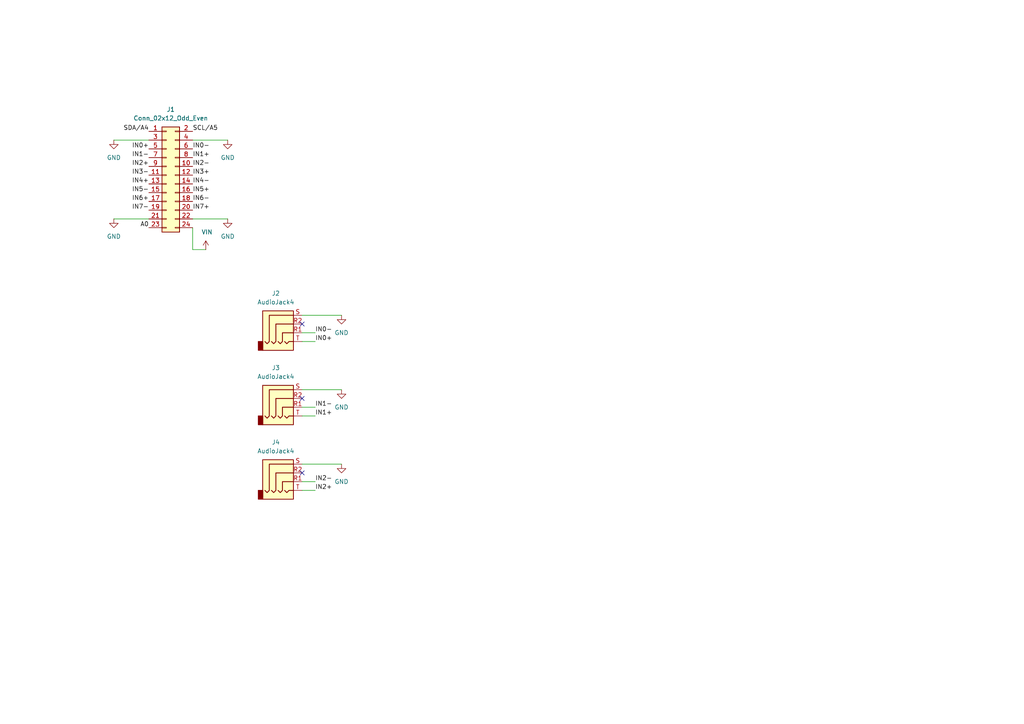
<source format=kicad_sch>
(kicad_sch (version 20240602) (generator "eeschema") (generator_version "8.99")
  (paper "A4")
  (lib_symbols
    (symbol "+5V_1" (power) (pin_numbers hide) (pin_names (offset 0) hide)
      (property "Value" "+5V" (at 0 3.556 0))
      (symbol "+5V_1_0_1"
        (polyline (pts (xy -0.762 1.27) (xy 0 2.54)))
        (polyline (pts (xy 0 2.54) (xy 0.762 1.27)))
        (polyline (pts (xy 0 0) (xy 0 2.54)))
      )
      (symbol "+5V_1_1_1"
        (pin power_in line (at 0 0 90) (length 0) (name "~") (number "1"))
      )
    )
    (symbol "Connector_Audio:AudioJack4"
      (property "Reference" "J" (at 0 8.89 0))
      (property "Value" "AudioJack4" (at 0 6.35 0))
      (symbol "AudioJack4_0_1"
        (rectangle (start -6.35 -5.08) (end -7.62 -7.62) (stroke (width 0.254)) (fill (type outline)))
        (polyline (pts (xy -5.715 -5.08) (xy -5.08 -5.715) (xy -4.445 -5.08) (xy -4.445 2.54) (xy 2.54 2.54)) (stroke (width 0.254)))
        (polyline (pts (xy -1.905 -5.08) (xy -1.27 -5.715) (xy -0.635 -5.08) (xy -0.635 -2.54) (xy 2.54 -2.54)) (stroke (width 0.254)))
        (polyline (pts (xy 0 -5.08) (xy 0.635 -5.715) (xy 1.27 -5.08) (xy 2.54 -5.08)) (stroke (width 0.254)))
        (rectangle (start 2.54 3.81) (end -6.35 -7.62) (stroke (width 0.254)) (fill (type background)))
        (polyline (pts (xy 2.54 0) (xy -2.54 0) (xy -2.54 -5.08) (xy -3.175 -5.715) (xy -3.81 -5.08)) (stroke (width 0.254)))
      )
      (symbol "AudioJack4_1_1"
        (pin passive line (at 5.08 2.54 180) (length 2.54) (name "~") (number "S"))
        (pin passive line (at 5.08 0 180) (length 2.54) (name "~") (number "R2"))
        (pin passive line (at 5.08 -2.54 180) (length 2.54) (name "~") (number "R1"))
        (pin passive line (at 5.08 -5.08 180) (length 2.54) (name "~") (number "T"))
      )
    )
    (symbol "Connector_Generic:Conn_02x12_Odd_Even" (pin_names (offset 1.016) hide)
      (property "Reference" "J" (at 1.27 15.24 0))
      (property "Value" "Conn_02x12_Odd_Even" (at 1.27 -17.78 0))
      (symbol "Conn_02x12_Odd_Even_1_1"
        (rectangle (start -1.27 13.97) (end 3.81 -16.51) (stroke (width 0.254)) (fill (type background)))
        (rectangle (start -1.27 12.827) (end 0 12.573) (stroke (width 0.1524)))
        (rectangle (start -1.27 10.287) (end 0 10.033) (stroke (width 0.1524)))
        (rectangle (start -1.27 7.747) (end 0 7.493) (stroke (width 0.1524)))
        (rectangle (start -1.27 5.207) (end 0 4.953) (stroke (width 0.1524)))
        (rectangle (start -1.27 2.667) (end 0 2.413) (stroke (width 0.1524)))
        (rectangle (start -1.27 0.127) (end 0 -0.127) (stroke (width 0.1524)))
        (rectangle (start -1.27 -2.413) (end 0 -2.667) (stroke (width 0.1524)))
        (rectangle (start -1.27 -4.953) (end 0 -5.207) (stroke (width 0.1524)))
        (rectangle (start -1.27 -7.493) (end 0 -7.747) (stroke (width 0.1524)))
        (rectangle (start -1.27 -10.033) (end 0 -10.287) (stroke (width 0.1524)))
        (rectangle (start -1.27 -12.573) (end 0 -12.827) (stroke (width 0.1524)))
        (rectangle (start -1.27 -15.113) (end 0 -15.367) (stroke (width 0.1524)))
        (rectangle (start 3.81 12.827) (end 2.54 12.573) (stroke (width 0.1524)))
        (rectangle (start 3.81 10.287) (end 2.54 10.033) (stroke (width 0.1524)))
        (rectangle (start 3.81 7.747) (end 2.54 7.493) (stroke (width 0.1524)))
        (rectangle (start 3.81 5.207) (end 2.54 4.953) (stroke (width 0.1524)))
        (rectangle (start 3.81 2.667) (end 2.54 2.413) (stroke (width 0.1524)))
        (rectangle (start 3.81 0.127) (end 2.54 -0.127) (stroke (width 0.1524)))
        (rectangle (start 3.81 -2.413) (end 2.54 -2.667) (stroke (width 0.1524)))
        (rectangle (start 3.81 -4.953) (end 2.54 -5.207) (stroke (width 0.1524)))
        (rectangle (start 3.81 -7.493) (end 2.54 -7.747) (stroke (width 0.1524)))
        (rectangle (start 3.81 -10.033) (end 2.54 -10.287) (stroke (width 0.1524)))
        (rectangle (start 3.81 -12.573) (end 2.54 -12.827) (stroke (width 0.1524)))
        (rectangle (start 3.81 -15.113) (end 2.54 -15.367) (stroke (width 0.1524)))
        (pin passive line (at -5.08 12.7 0) (length 3.81) (name "Pin_1") (number "1"))
        (pin passive line (at -5.08 10.16 0) (length 3.81) (name "Pin_3") (number "3"))
        (pin passive line (at -5.08 7.62 0) (length 3.81) (name "Pin_5") (number "5"))
        (pin passive line (at -5.08 5.08 0) (length 3.81) (name "Pin_7") (number "7"))
        (pin passive line (at -5.08 2.54 0) (length 3.81) (name "Pin_9") (number "9"))
        (pin passive line (at -5.08 0 0) (length 3.81) (name "Pin_11") (number "11"))
        (pin passive line (at -5.08 -2.54 0) (length 3.81) (name "Pin_13") (number "13"))
        (pin passive line (at -5.08 -5.08 0) (length 3.81) (name "Pin_15") (number "15"))
        (pin passive line (at -5.08 -7.62 0) (length 3.81) (name "Pin_17") (number "17"))
        (pin passive line (at -5.08 -10.16 0) (length 3.81) (name "Pin_19") (number "19"))
        (pin passive line (at -5.08 -12.7 0) (length 3.81) (name "Pin_21") (number "21"))
        (pin passive line (at -5.08 -15.24 0) (length 3.81) (name "Pin_23") (number "23"))
        (pin passive line (at 7.62 12.7 180) (length 3.81) (name "Pin_2") (number "2"))
        (pin passive line (at 7.62 10.16 180) (length 3.81) (name "Pin_4") (number "4"))
        (pin passive line (at 7.62 7.62 180) (length 3.81) (name "Pin_6") (number "6"))
        (pin passive line (at 7.62 5.08 180) (length 3.81) (name "Pin_8") (number "8"))
        (pin passive line (at 7.62 2.54 180) (length 3.81) (name "Pin_10") (number "10"))
        (pin passive line (at 7.62 0 180) (length 3.81) (name "Pin_12") (number "12"))
        (pin passive line (at 7.62 -2.54 180) (length 3.81) (name "Pin_14") (number "14"))
        (pin passive line (at 7.62 -5.08 180) (length 3.81) (name "Pin_16") (number "16"))
        (pin passive line (at 7.62 -7.62 180) (length 3.81) (name "Pin_18") (number "18"))
        (pin passive line (at 7.62 -10.16 180) (length 3.81) (name "Pin_20") (number "20"))
        (pin passive line (at 7.62 -12.7 180) (length 3.81) (name "Pin_22") (number "22"))
        (pin passive line (at 7.62 -15.24 180) (length 3.81) (name "Pin_24") (number "24"))
      )
    )
    (symbol "GND_1" (power) (pin_numbers hide) (pin_names (offset 0) hide)
      (property "Value" "GND" (at 0 -3.81 0))
      (symbol "GND_1_0_1"
        (polyline (pts (xy 0 0) (xy 0 -1.27) (xy 1.27 -1.27) (xy 0 -2.54) (xy -1.27 -1.27) (xy 0 -1.27)))
      )
      (symbol "GND_1_1_1"
        (pin power_in line (at 0 0 270) (length 0) (name "~") (number "1"))
      )
    )
    (symbol "power:GND" (power) (pin_names (offset 0))
      (property "Value" "GND" (at 0 -3.81 0))
      (symbol "GND_0_1"
        (polyline (pts (xy 0 0) (xy 0 -1.27) (xy 1.27 -1.27) (xy 0 -2.54) (xy -1.27 -1.27) (xy 0 -1.27)))
      )
      (symbol "GND_1_1"
        (pin power_in line (at 0 0 270) (length 0) hide (name "GND") (number "1"))
      )
    )
  )
  (no_connect (at 87.63 137.16))
  (no_connect (at 87.63 93.98))
  (no_connect (at 87.63 115.57))
  (wire (pts (xy 91.44 96.52) (xy 87.63 96.52)))
  (wire (pts (xy 91.44 118.11) (xy 87.63 118.11)))
  (wire (pts (xy 87.63 142.24) (xy 91.44 142.24)))
  (wire (pts (xy 55.88 63.5) (xy 66.04 63.5)))
  (wire (pts (xy 87.63 120.65) (xy 91.44 120.65)))
  (wire (pts (xy 43.18 40.64) (xy 33.02 40.64)))
  (wire (pts (xy 91.44 139.7) (xy 87.63 139.7)))
  (wire (pts (xy 87.63 113.03) (xy 99.06 113.03)))
  (wire (pts (xy 87.63 134.62) (xy 99.06 134.62)))
  (wire (pts (xy 87.63 91.44) (xy 99.06 91.44)))
  (wire (pts (xy 59.69 72.39) (xy 55.88 72.39)))
  (wire (pts (xy 55.88 72.39) (xy 55.88 66.04)))
  (wire (pts (xy 43.18 63.5) (xy 33.02 63.5)))
  (wire (pts (xy 55.88 40.64) (xy 66.04 40.64)))
  (wire (pts (xy 87.63 99.06) (xy 91.44 99.06)))
  (label "IN2+" (at 43.18 48.26 180))
  (label "IN0-" (at 55.88 43.18 0))
  (label "IN0+" (at 43.18 43.18 180))
  (label "IN7+" (at 55.88 60.96 0))
  (label "IN2-" (at 91.44 139.7 0))
  (label "IN7-" (at 43.18 60.96 180))
  (label "IN6+" (at 43.18 58.42 180))
  (label "IN1-" (at 91.44 118.11 0))
  (label "IN5-" (at 43.18 55.88 180))
  (label "IN2-" (at 55.88 48.26 0))
  (label "A0" (at 43.18 66.04 180))
  (label "IN4-" (at 55.88 53.34 0))
  (label "SDA{slash}A4" (at 43.18 38.1 180))
  (label "IN5+" (at 55.88 55.88 0))
  (label "IN3+" (at 55.88 50.8 0))
  (label "IN0-" (at 91.44 96.52 0))
  (label "IN6-" (at 55.88 58.42 0))
  (label "IN0+" (at 91.44 99.06 0))
  (label "IN1+" (at 91.44 120.65 0))
  (label "IN1+" (at 55.88 45.72 0))
  (label "IN3-" (at 43.18 50.8 180))
  (label "SCL{slash}A5" (at 55.88 38.1 0))
  (label "IN4+" (at 43.18 53.34 180))
  (label "IN1-" (at 43.18 45.72 180))
  (label "IN2+" (at 91.44 142.24 0))
  (symbol (lib_id "Connector_Audio:AudioJack4") (at 82.55 115.57 0) (unit 1)
    (property "Reference" "J3" (at 80.01 106.68 0))
    (property "Value" "AudioJack4" (at 80.01 109.22 0))
    (property "Footprint" "Connector_Audio:Jack_3.5mm_PJ320D_Horizontal" (effects (hide yes)))
    (property "Description" "Audio Jack, 4 Poles (TRRS)" (effects (hide yes)))
    (property "LCSC" "C431535" (effects (hide yes)))
  )
  (symbol (lib_id "Connector_Generic:Conn_02x12_Odd_Even") (at 48.26 50.8 0) (unit 1)
    (property "Reference" "J1" (at 49.53 31.75 0))
    (property "Value" "Conn_02x12_Odd_Even" (at 49.53 34.29 0))
    (property "Footprint" "Connector_PinHeader_2.54mm:PinHeader_2x12_P2.54mm_Horizontal" (effects (hide yes)))
    (property "Description" "Generic connector, double row, 02x12, odd/even pin numbering scheme (row 1 odd numbers, row 2 even numbers), script generated (kicad-library-utils/schlib/autogen/connector/)" (effects (hide yes)))
    (property "LCSC" "C5383094" (effects (hide yes)))
  )
  (symbol (lib_id "power:GND") (at 99.06 134.62 0) (unit 1)
    (property "Reference" "#PWR08" (effects (hide yes)))
    (property "Value" "GND" (at 99.06 139.7 0))
    (property "Description" "Power symbol creates a global label with name \"GND\" , ground" (effects (hide yes)))
  )
  (symbol (lib_id "Connector_Audio:AudioJack4") (at 82.55 137.16 0) (unit 1)
    (property "Reference" "J4" (at 80.01 128.27 0))
    (property "Value" "AudioJack4" (at 80.01 130.81 0))
    (property "Footprint" "Connector_Audio:Jack_3.5mm_PJ320D_Horizontal" (effects (hide yes)))
    (property "Description" "Audio Jack, 4 Poles (TRRS)" (effects (hide yes)))
    (property "LCSC" "C431535" (effects (hide yes)))
  )
  (symbol (lib_id "Connector_Audio:AudioJack4") (at 82.55 93.98 0) (unit 1)
    (property "Reference" "J2" (at 80.01 85.09 0))
    (property "Value" "AudioJack4" (at 80.01 87.63 0))
    (property "Footprint" "Connector_Audio:Jack_3.5mm_PJ320D_Horizontal" (effects (hide yes)))
    (property "Description" "Audio Jack, 4 Poles (TRRS)" (effects (hide yes)))
    (property "LCSC" "C431535" (effects (hide yes)))
  )
  (symbol (lib_name "GND_1") (lib_id "power:GND") (at 66.04 63.5 0) (unit 1)
    (property "Reference" "#PWR04" (effects (hide yes)))
    (property "Value" "GND" (at 66.04 68.58 0))
    (property "Description" "Power symbol creates a global label with name \"GND\" , ground" (effects (hide yes)))
  )
  (symbol (lib_name "GND_1") (lib_id "power:GND") (at 33.02 40.64 0) (mirror y) (unit 1)
    (property "Reference" "#PWR01" (effects (hide yes)))
    (property "Value" "GND" (at 33.02 45.72 0))
    (property "Description" "Power symbol creates a global label with name \"GND\" , ground" (effects (hide yes)))
  )
  (symbol (lib_name "+5V_1") (lib_id "power:+5V") (at 59.69 72.39 0) (unit 1)
    (property "Reference" "#PWR05" (effects (hide yes)))
    (property "Value" "VIN" (at 58.42 67.31 0) (effects (justify left)))
    (property "Description" "Power symbol creates a global label with name \"+5V\"" (effects (hide yes)))
  )
  (symbol (lib_id "power:GND") (at 99.06 91.44 0) (unit 1)
    (property "Reference" "#PWR06" (effects (hide yes)))
    (property "Value" "GND" (at 99.06 96.52 0))
    (property "Description" "Power symbol creates a global label with name \"GND\" , ground" (effects (hide yes)))
  )
  (symbol (lib_id "power:GND") (at 99.06 113.03 0) (unit 1)
    (property "Reference" "#PWR07" (effects (hide yes)))
    (property "Value" "GND" (at 99.06 118.11 0))
    (property "Description" "Power symbol creates a global label with name \"GND\" , ground" (effects (hide yes)))
  )
  (symbol (lib_name "GND_1") (lib_id "power:GND") (at 66.04 40.64 0) (unit 1)
    (property "Reference" "#PWR02" (effects (hide yes)))
    (property "Value" "GND" (at 66.04 45.72 0))
    (property "Description" "Power symbol creates a global label with name \"GND\" , ground" (effects (hide yes)))
  )
  (symbol (lib_name "GND_1") (lib_id "power:GND") (at 33.02 63.5 0) (mirror y) (unit 1)
    (property "Reference" "#PWR03" (effects (hide yes)))
    (property "Value" "GND" (at 33.02 68.58 0))
    (property "Description" "Power symbol creates a global label with name \"GND\" , ground" (effects (hide yes)))
  )
)
</source>
